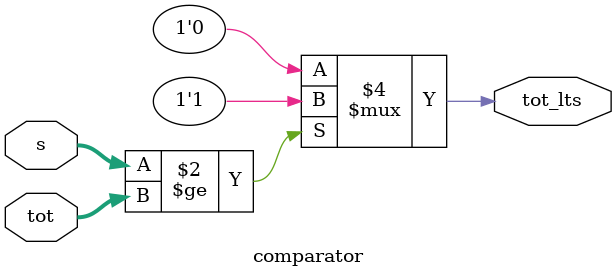
<source format=v>
module comparator (s, tot, tot_lts);
	parameter n=8;
	input [n-1:0] s, tot;
	output reg tot_lts;
	
	always@(s,tot)
	if (s>=tot) begin
		tot_lts = 1'b1;
		end
	else begin
		tot_lts = 1'b0;
		end
		
endmodule
</source>
